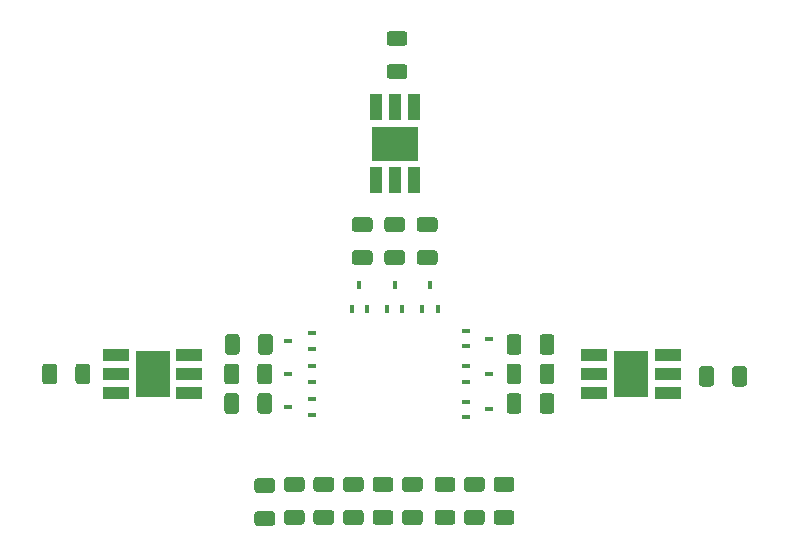
<source format=gtp>
G04 #@! TF.GenerationSoftware,KiCad,Pcbnew,5.1.6*
G04 #@! TF.CreationDate,2020-08-29T17:23:06+02:00*
G04 #@! TF.ProjectId,ESP32_lamp,45535033-325f-46c6-916d-702e6b696361,rev?*
G04 #@! TF.SameCoordinates,Original*
G04 #@! TF.FileFunction,Paste,Top*
G04 #@! TF.FilePolarity,Positive*
%FSLAX46Y46*%
G04 Gerber Fmt 4.6, Leading zero omitted, Abs format (unit mm)*
G04 Created by KiCad (PCBNEW 5.1.6) date 2020-08-29 17:23:06*
%MOMM*%
%LPD*%
G01*
G04 APERTURE LIST*
%ADD10R,2.200000X1.000000*%
%ADD11R,3.000000X4.000000*%
%ADD12R,1.000000X2.200000*%
%ADD13R,4.000000X3.000000*%
%ADD14R,0.450000X0.700000*%
%ADD15R,0.700000X0.450000*%
G04 APERTURE END LIST*
D10*
X131400000Y-111600000D03*
X131400000Y-110000000D03*
X131400000Y-108400000D03*
X137600000Y-108400000D03*
X137600000Y-110000000D03*
X137600000Y-111600000D03*
D11*
X134500000Y-110000000D03*
D10*
X178100000Y-108400000D03*
X178100000Y-110000000D03*
X178100000Y-111600000D03*
X171900000Y-111600000D03*
X171900000Y-110000000D03*
X171900000Y-108400000D03*
D11*
X175000000Y-110000000D03*
D12*
X153400000Y-87400000D03*
X155000000Y-87400000D03*
X156600000Y-87400000D03*
X156600000Y-93600000D03*
X155000000Y-93600000D03*
X153400000Y-93600000D03*
D13*
X155000000Y-90500000D03*
G36*
G01*
X183575000Y-110825000D02*
X183575000Y-109575000D01*
G75*
G02*
X183825000Y-109325000I250000J0D01*
G01*
X184575000Y-109325000D01*
G75*
G02*
X184825000Y-109575000I0J-250000D01*
G01*
X184825000Y-110825000D01*
G75*
G02*
X184575000Y-111075000I-250000J0D01*
G01*
X183825000Y-111075000D01*
G75*
G02*
X183575000Y-110825000I0J250000D01*
G01*
G37*
G36*
G01*
X180775000Y-110825000D02*
X180775000Y-109575000D01*
G75*
G02*
X181025000Y-109325000I250000J0D01*
G01*
X181775000Y-109325000D01*
G75*
G02*
X182025000Y-109575000I0J-250000D01*
G01*
X182025000Y-110825000D01*
G75*
G02*
X181775000Y-111075000I-250000J0D01*
G01*
X181025000Y-111075000D01*
G75*
G02*
X180775000Y-110825000I0J250000D01*
G01*
G37*
G36*
G01*
X126425000Y-109375000D02*
X126425000Y-110625000D01*
G75*
G02*
X126175000Y-110875000I-250000J0D01*
G01*
X125425000Y-110875000D01*
G75*
G02*
X125175000Y-110625000I0J250000D01*
G01*
X125175000Y-109375000D01*
G75*
G02*
X125425000Y-109125000I250000J0D01*
G01*
X126175000Y-109125000D01*
G75*
G02*
X126425000Y-109375000I0J-250000D01*
G01*
G37*
G36*
G01*
X129225000Y-109375000D02*
X129225000Y-110625000D01*
G75*
G02*
X128975000Y-110875000I-250000J0D01*
G01*
X128225000Y-110875000D01*
G75*
G02*
X127975000Y-110625000I0J250000D01*
G01*
X127975000Y-109375000D01*
G75*
G02*
X128225000Y-109125000I250000J0D01*
G01*
X128975000Y-109125000D01*
G75*
G02*
X129225000Y-109375000I0J-250000D01*
G01*
G37*
G36*
G01*
X155825000Y-82225000D02*
X154575000Y-82225000D01*
G75*
G02*
X154325000Y-81975000I0J250000D01*
G01*
X154325000Y-81225000D01*
G75*
G02*
X154575000Y-80975000I250000J0D01*
G01*
X155825000Y-80975000D01*
G75*
G02*
X156075000Y-81225000I0J-250000D01*
G01*
X156075000Y-81975000D01*
G75*
G02*
X155825000Y-82225000I-250000J0D01*
G01*
G37*
G36*
G01*
X155825000Y-85025000D02*
X154575000Y-85025000D01*
G75*
G02*
X154325000Y-84775000I0J250000D01*
G01*
X154325000Y-84025000D01*
G75*
G02*
X154575000Y-83775000I250000J0D01*
G01*
X155825000Y-83775000D01*
G75*
G02*
X156075000Y-84025000I0J-250000D01*
G01*
X156075000Y-84775000D01*
G75*
G02*
X155825000Y-85025000I-250000J0D01*
G01*
G37*
G36*
G01*
X155625000Y-97975000D02*
X154375000Y-97975000D01*
G75*
G02*
X154125000Y-97725000I0J250000D01*
G01*
X154125000Y-96975000D01*
G75*
G02*
X154375000Y-96725000I250000J0D01*
G01*
X155625000Y-96725000D01*
G75*
G02*
X155875000Y-96975000I0J-250000D01*
G01*
X155875000Y-97725000D01*
G75*
G02*
X155625000Y-97975000I-250000J0D01*
G01*
G37*
G36*
G01*
X155625000Y-100775000D02*
X154375000Y-100775000D01*
G75*
G02*
X154125000Y-100525000I0J250000D01*
G01*
X154125000Y-99775000D01*
G75*
G02*
X154375000Y-99525000I250000J0D01*
G01*
X155625000Y-99525000D01*
G75*
G02*
X155875000Y-99775000I0J-250000D01*
G01*
X155875000Y-100525000D01*
G75*
G02*
X155625000Y-100775000I-250000J0D01*
G01*
G37*
G36*
G01*
X153375000Y-121525000D02*
X154625000Y-121525000D01*
G75*
G02*
X154875000Y-121775000I0J-250000D01*
G01*
X154875000Y-122525000D01*
G75*
G02*
X154625000Y-122775000I-250000J0D01*
G01*
X153375000Y-122775000D01*
G75*
G02*
X153125000Y-122525000I0J250000D01*
G01*
X153125000Y-121775000D01*
G75*
G02*
X153375000Y-121525000I250000J0D01*
G01*
G37*
G36*
G01*
X153375000Y-118725000D02*
X154625000Y-118725000D01*
G75*
G02*
X154875000Y-118975000I0J-250000D01*
G01*
X154875000Y-119725000D01*
G75*
G02*
X154625000Y-119975000I-250000J0D01*
G01*
X153375000Y-119975000D01*
G75*
G02*
X153125000Y-119725000I0J250000D01*
G01*
X153125000Y-118975000D01*
G75*
G02*
X153375000Y-118725000I250000J0D01*
G01*
G37*
G36*
G01*
X167275000Y-110625000D02*
X167275000Y-109375000D01*
G75*
G02*
X167525000Y-109125000I250000J0D01*
G01*
X168275000Y-109125000D01*
G75*
G02*
X168525000Y-109375000I0J-250000D01*
G01*
X168525000Y-110625000D01*
G75*
G02*
X168275000Y-110875000I-250000J0D01*
G01*
X167525000Y-110875000D01*
G75*
G02*
X167275000Y-110625000I0J250000D01*
G01*
G37*
G36*
G01*
X164475000Y-110625000D02*
X164475000Y-109375000D01*
G75*
G02*
X164725000Y-109125000I250000J0D01*
G01*
X165475000Y-109125000D01*
G75*
G02*
X165725000Y-109375000I0J-250000D01*
G01*
X165725000Y-110625000D01*
G75*
G02*
X165475000Y-110875000I-250000J0D01*
G01*
X164725000Y-110875000D01*
G75*
G02*
X164475000Y-110625000I0J250000D01*
G01*
G37*
G36*
G01*
X161125000Y-121525000D02*
X162375000Y-121525000D01*
G75*
G02*
X162625000Y-121775000I0J-250000D01*
G01*
X162625000Y-122525000D01*
G75*
G02*
X162375000Y-122775000I-250000J0D01*
G01*
X161125000Y-122775000D01*
G75*
G02*
X160875000Y-122525000I0J250000D01*
G01*
X160875000Y-121775000D01*
G75*
G02*
X161125000Y-121525000I250000J0D01*
G01*
G37*
G36*
G01*
X161125000Y-118725000D02*
X162375000Y-118725000D01*
G75*
G02*
X162625000Y-118975000I0J-250000D01*
G01*
X162625000Y-119725000D01*
G75*
G02*
X162375000Y-119975000I-250000J0D01*
G01*
X161125000Y-119975000D01*
G75*
G02*
X160875000Y-119725000I0J250000D01*
G01*
X160875000Y-118975000D01*
G75*
G02*
X161125000Y-118725000I250000J0D01*
G01*
G37*
G36*
G01*
X158375000Y-97975000D02*
X157125000Y-97975000D01*
G75*
G02*
X156875000Y-97725000I0J250000D01*
G01*
X156875000Y-96975000D01*
G75*
G02*
X157125000Y-96725000I250000J0D01*
G01*
X158375000Y-96725000D01*
G75*
G02*
X158625000Y-96975000I0J-250000D01*
G01*
X158625000Y-97725000D01*
G75*
G02*
X158375000Y-97975000I-250000J0D01*
G01*
G37*
G36*
G01*
X158375000Y-100775000D02*
X157125000Y-100775000D01*
G75*
G02*
X156875000Y-100525000I0J250000D01*
G01*
X156875000Y-99775000D01*
G75*
G02*
X157125000Y-99525000I250000J0D01*
G01*
X158375000Y-99525000D01*
G75*
G02*
X158625000Y-99775000I0J-250000D01*
G01*
X158625000Y-100525000D01*
G75*
G02*
X158375000Y-100775000I-250000J0D01*
G01*
G37*
G36*
G01*
X155875000Y-121525000D02*
X157125000Y-121525000D01*
G75*
G02*
X157375000Y-121775000I0J-250000D01*
G01*
X157375000Y-122525000D01*
G75*
G02*
X157125000Y-122775000I-250000J0D01*
G01*
X155875000Y-122775000D01*
G75*
G02*
X155625000Y-122525000I0J250000D01*
G01*
X155625000Y-121775000D01*
G75*
G02*
X155875000Y-121525000I250000J0D01*
G01*
G37*
G36*
G01*
X155875000Y-118725000D02*
X157125000Y-118725000D01*
G75*
G02*
X157375000Y-118975000I0J-250000D01*
G01*
X157375000Y-119725000D01*
G75*
G02*
X157125000Y-119975000I-250000J0D01*
G01*
X155875000Y-119975000D01*
G75*
G02*
X155625000Y-119725000I0J250000D01*
G01*
X155625000Y-118975000D01*
G75*
G02*
X155875000Y-118725000I250000J0D01*
G01*
G37*
G36*
G01*
X167275000Y-113125000D02*
X167275000Y-111875000D01*
G75*
G02*
X167525000Y-111625000I250000J0D01*
G01*
X168275000Y-111625000D01*
G75*
G02*
X168525000Y-111875000I0J-250000D01*
G01*
X168525000Y-113125000D01*
G75*
G02*
X168275000Y-113375000I-250000J0D01*
G01*
X167525000Y-113375000D01*
G75*
G02*
X167275000Y-113125000I0J250000D01*
G01*
G37*
G36*
G01*
X164475000Y-113125000D02*
X164475000Y-111875000D01*
G75*
G02*
X164725000Y-111625000I250000J0D01*
G01*
X165475000Y-111625000D01*
G75*
G02*
X165725000Y-111875000I0J-250000D01*
G01*
X165725000Y-113125000D01*
G75*
G02*
X165475000Y-113375000I-250000J0D01*
G01*
X164725000Y-113375000D01*
G75*
G02*
X164475000Y-113125000I0J250000D01*
G01*
G37*
G36*
G01*
X163625000Y-121525000D02*
X164875000Y-121525000D01*
G75*
G02*
X165125000Y-121775000I0J-250000D01*
G01*
X165125000Y-122525000D01*
G75*
G02*
X164875000Y-122775000I-250000J0D01*
G01*
X163625000Y-122775000D01*
G75*
G02*
X163375000Y-122525000I0J250000D01*
G01*
X163375000Y-121775000D01*
G75*
G02*
X163625000Y-121525000I250000J0D01*
G01*
G37*
G36*
G01*
X163625000Y-118725000D02*
X164875000Y-118725000D01*
G75*
G02*
X165125000Y-118975000I0J-250000D01*
G01*
X165125000Y-119725000D01*
G75*
G02*
X164875000Y-119975000I-250000J0D01*
G01*
X163625000Y-119975000D01*
G75*
G02*
X163375000Y-119725000I0J250000D01*
G01*
X163375000Y-118975000D01*
G75*
G02*
X163625000Y-118725000I250000J0D01*
G01*
G37*
G36*
G01*
X152875000Y-97975000D02*
X151625000Y-97975000D01*
G75*
G02*
X151375000Y-97725000I0J250000D01*
G01*
X151375000Y-96975000D01*
G75*
G02*
X151625000Y-96725000I250000J0D01*
G01*
X152875000Y-96725000D01*
G75*
G02*
X153125000Y-96975000I0J-250000D01*
G01*
X153125000Y-97725000D01*
G75*
G02*
X152875000Y-97975000I-250000J0D01*
G01*
G37*
G36*
G01*
X152875000Y-100775000D02*
X151625000Y-100775000D01*
G75*
G02*
X151375000Y-100525000I0J250000D01*
G01*
X151375000Y-99775000D01*
G75*
G02*
X151625000Y-99525000I250000J0D01*
G01*
X152875000Y-99525000D01*
G75*
G02*
X153125000Y-99775000I0J-250000D01*
G01*
X153125000Y-100525000D01*
G75*
G02*
X152875000Y-100775000I-250000J0D01*
G01*
G37*
G36*
G01*
X150875000Y-121525000D02*
X152125000Y-121525000D01*
G75*
G02*
X152375000Y-121775000I0J-250000D01*
G01*
X152375000Y-122525000D01*
G75*
G02*
X152125000Y-122775000I-250000J0D01*
G01*
X150875000Y-122775000D01*
G75*
G02*
X150625000Y-122525000I0J250000D01*
G01*
X150625000Y-121775000D01*
G75*
G02*
X150875000Y-121525000I250000J0D01*
G01*
G37*
G36*
G01*
X150875000Y-118725000D02*
X152125000Y-118725000D01*
G75*
G02*
X152375000Y-118975000I0J-250000D01*
G01*
X152375000Y-119725000D01*
G75*
G02*
X152125000Y-119975000I-250000J0D01*
G01*
X150875000Y-119975000D01*
G75*
G02*
X150625000Y-119725000I0J250000D01*
G01*
X150625000Y-118975000D01*
G75*
G02*
X150875000Y-118725000I250000J0D01*
G01*
G37*
G36*
G01*
X167275000Y-108125000D02*
X167275000Y-106875000D01*
G75*
G02*
X167525000Y-106625000I250000J0D01*
G01*
X168275000Y-106625000D01*
G75*
G02*
X168525000Y-106875000I0J-250000D01*
G01*
X168525000Y-108125000D01*
G75*
G02*
X168275000Y-108375000I-250000J0D01*
G01*
X167525000Y-108375000D01*
G75*
G02*
X167275000Y-108125000I0J250000D01*
G01*
G37*
G36*
G01*
X164475000Y-108125000D02*
X164475000Y-106875000D01*
G75*
G02*
X164725000Y-106625000I250000J0D01*
G01*
X165475000Y-106625000D01*
G75*
G02*
X165725000Y-106875000I0J-250000D01*
G01*
X165725000Y-108125000D01*
G75*
G02*
X165475000Y-108375000I-250000J0D01*
G01*
X164725000Y-108375000D01*
G75*
G02*
X164475000Y-108125000I0J250000D01*
G01*
G37*
G36*
G01*
X158625000Y-121525000D02*
X159875000Y-121525000D01*
G75*
G02*
X160125000Y-121775000I0J-250000D01*
G01*
X160125000Y-122525000D01*
G75*
G02*
X159875000Y-122775000I-250000J0D01*
G01*
X158625000Y-122775000D01*
G75*
G02*
X158375000Y-122525000I0J250000D01*
G01*
X158375000Y-121775000D01*
G75*
G02*
X158625000Y-121525000I250000J0D01*
G01*
G37*
G36*
G01*
X158625000Y-118725000D02*
X159875000Y-118725000D01*
G75*
G02*
X160125000Y-118975000I0J-250000D01*
G01*
X160125000Y-119725000D01*
G75*
G02*
X159875000Y-119975000I-250000J0D01*
G01*
X158625000Y-119975000D01*
G75*
G02*
X158375000Y-119725000I0J250000D01*
G01*
X158375000Y-118975000D01*
G75*
G02*
X158625000Y-118725000I250000J0D01*
G01*
G37*
G36*
G01*
X141875000Y-106875000D02*
X141875000Y-108125000D01*
G75*
G02*
X141625000Y-108375000I-250000J0D01*
G01*
X140875000Y-108375000D01*
G75*
G02*
X140625000Y-108125000I0J250000D01*
G01*
X140625000Y-106875000D01*
G75*
G02*
X140875000Y-106625000I250000J0D01*
G01*
X141625000Y-106625000D01*
G75*
G02*
X141875000Y-106875000I0J-250000D01*
G01*
G37*
G36*
G01*
X144675000Y-106875000D02*
X144675000Y-108125000D01*
G75*
G02*
X144425000Y-108375000I-250000J0D01*
G01*
X143675000Y-108375000D01*
G75*
G02*
X143425000Y-108125000I0J250000D01*
G01*
X143425000Y-106875000D01*
G75*
G02*
X143675000Y-106625000I250000J0D01*
G01*
X144425000Y-106625000D01*
G75*
G02*
X144675000Y-106875000I0J-250000D01*
G01*
G37*
G36*
G01*
X141825000Y-109375000D02*
X141825000Y-110625000D01*
G75*
G02*
X141575000Y-110875000I-250000J0D01*
G01*
X140825000Y-110875000D01*
G75*
G02*
X140575000Y-110625000I0J250000D01*
G01*
X140575000Y-109375000D01*
G75*
G02*
X140825000Y-109125000I250000J0D01*
G01*
X141575000Y-109125000D01*
G75*
G02*
X141825000Y-109375000I0J-250000D01*
G01*
G37*
G36*
G01*
X144625000Y-109375000D02*
X144625000Y-110625000D01*
G75*
G02*
X144375000Y-110875000I-250000J0D01*
G01*
X143625000Y-110875000D01*
G75*
G02*
X143375000Y-110625000I0J250000D01*
G01*
X143375000Y-109375000D01*
G75*
G02*
X143625000Y-109125000I250000J0D01*
G01*
X144375000Y-109125000D01*
G75*
G02*
X144625000Y-109375000I0J-250000D01*
G01*
G37*
G36*
G01*
X141825000Y-111875000D02*
X141825000Y-113125000D01*
G75*
G02*
X141575000Y-113375000I-250000J0D01*
G01*
X140825000Y-113375000D01*
G75*
G02*
X140575000Y-113125000I0J250000D01*
G01*
X140575000Y-111875000D01*
G75*
G02*
X140825000Y-111625000I250000J0D01*
G01*
X141575000Y-111625000D01*
G75*
G02*
X141825000Y-111875000I0J-250000D01*
G01*
G37*
G36*
G01*
X144625000Y-111875000D02*
X144625000Y-113125000D01*
G75*
G02*
X144375000Y-113375000I-250000J0D01*
G01*
X143625000Y-113375000D01*
G75*
G02*
X143375000Y-113125000I0J250000D01*
G01*
X143375000Y-111875000D01*
G75*
G02*
X143625000Y-111625000I250000J0D01*
G01*
X144375000Y-111625000D01*
G75*
G02*
X144625000Y-111875000I0J-250000D01*
G01*
G37*
G36*
G01*
X148375000Y-121525000D02*
X149625000Y-121525000D01*
G75*
G02*
X149875000Y-121775000I0J-250000D01*
G01*
X149875000Y-122525000D01*
G75*
G02*
X149625000Y-122775000I-250000J0D01*
G01*
X148375000Y-122775000D01*
G75*
G02*
X148125000Y-122525000I0J250000D01*
G01*
X148125000Y-121775000D01*
G75*
G02*
X148375000Y-121525000I250000J0D01*
G01*
G37*
G36*
G01*
X148375000Y-118725000D02*
X149625000Y-118725000D01*
G75*
G02*
X149875000Y-118975000I0J-250000D01*
G01*
X149875000Y-119725000D01*
G75*
G02*
X149625000Y-119975000I-250000J0D01*
G01*
X148375000Y-119975000D01*
G75*
G02*
X148125000Y-119725000I0J250000D01*
G01*
X148125000Y-118975000D01*
G75*
G02*
X148375000Y-118725000I250000J0D01*
G01*
G37*
G36*
G01*
X145875000Y-121525000D02*
X147125000Y-121525000D01*
G75*
G02*
X147375000Y-121775000I0J-250000D01*
G01*
X147375000Y-122525000D01*
G75*
G02*
X147125000Y-122775000I-250000J0D01*
G01*
X145875000Y-122775000D01*
G75*
G02*
X145625000Y-122525000I0J250000D01*
G01*
X145625000Y-121775000D01*
G75*
G02*
X145875000Y-121525000I250000J0D01*
G01*
G37*
G36*
G01*
X145875000Y-118725000D02*
X147125000Y-118725000D01*
G75*
G02*
X147375000Y-118975000I0J-250000D01*
G01*
X147375000Y-119725000D01*
G75*
G02*
X147125000Y-119975000I-250000J0D01*
G01*
X145875000Y-119975000D01*
G75*
G02*
X145625000Y-119725000I0J250000D01*
G01*
X145625000Y-118975000D01*
G75*
G02*
X145875000Y-118725000I250000J0D01*
G01*
G37*
G36*
G01*
X143375000Y-121625000D02*
X144625000Y-121625000D01*
G75*
G02*
X144875000Y-121875000I0J-250000D01*
G01*
X144875000Y-122625000D01*
G75*
G02*
X144625000Y-122875000I-250000J0D01*
G01*
X143375000Y-122875000D01*
G75*
G02*
X143125000Y-122625000I0J250000D01*
G01*
X143125000Y-121875000D01*
G75*
G02*
X143375000Y-121625000I250000J0D01*
G01*
G37*
G36*
G01*
X143375000Y-118825000D02*
X144625000Y-118825000D01*
G75*
G02*
X144875000Y-119075000I0J-250000D01*
G01*
X144875000Y-119825000D01*
G75*
G02*
X144625000Y-120075000I-250000J0D01*
G01*
X143375000Y-120075000D01*
G75*
G02*
X143125000Y-119825000I0J250000D01*
G01*
X143125000Y-119075000D01*
G75*
G02*
X143375000Y-118825000I250000J0D01*
G01*
G37*
D14*
X155000000Y-102500000D03*
X155650000Y-104500000D03*
X154350000Y-104500000D03*
D15*
X163000000Y-110000000D03*
X161000000Y-110650000D03*
X161000000Y-109350000D03*
D14*
X158000000Y-102500000D03*
X158650000Y-104500000D03*
X157350000Y-104500000D03*
D15*
X163000000Y-113000000D03*
X161000000Y-113650000D03*
X161000000Y-112350000D03*
D14*
X152000000Y-102500000D03*
X152650000Y-104500000D03*
X151350000Y-104500000D03*
D15*
X163000000Y-107000000D03*
X161000000Y-107650000D03*
X161000000Y-106350000D03*
X146000000Y-107200000D03*
X148000000Y-106550000D03*
X148000000Y-107850000D03*
X146000000Y-110000000D03*
X148000000Y-109350000D03*
X148000000Y-110650000D03*
X146000000Y-112800000D03*
X148000000Y-112150000D03*
X148000000Y-113450000D03*
M02*

</source>
